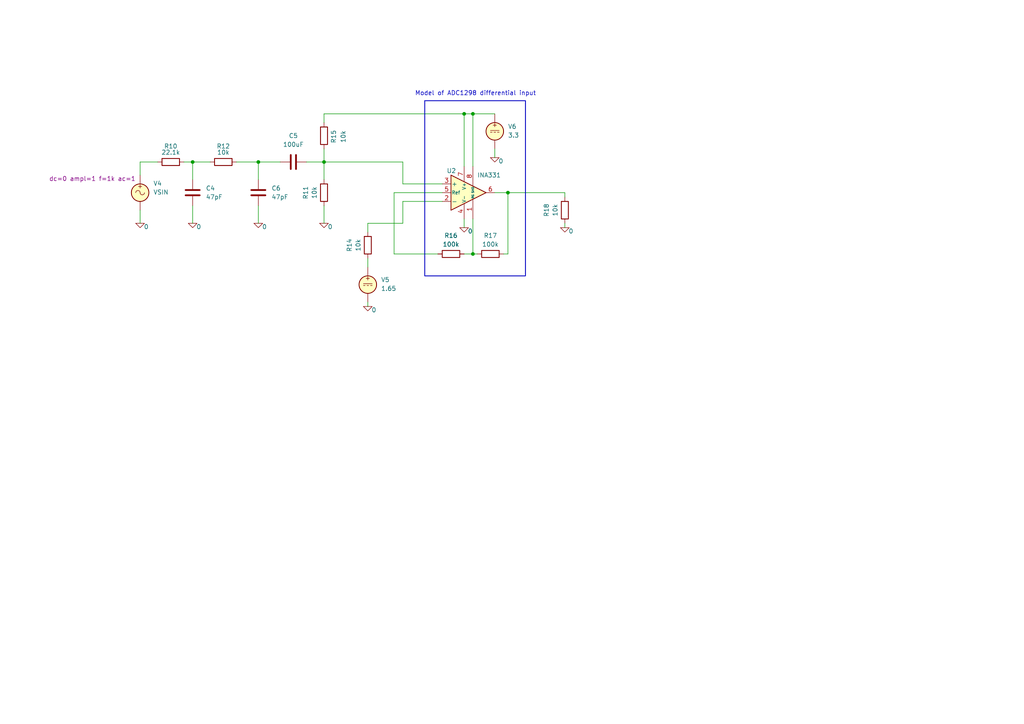
<source format=kicad_sch>
(kicad_sch (version 20250114) (generator "eeschema") (generator_version "9.0")
  (paper "A4")
  (lib_symbols
    (symbol "Device:C" (pin_numbers (hide yes)) (pin_names (offset 0.254))
      (property "Reference" "C" (at 0.635 2.54 0))
      (property "Value" "C" (at 0.635 -2.54 0))
      (symbol "C_0_1"
        (polyline (pts (xy -2.032 0.762) (xy 2.032 0.762)) (stroke (width 0.508)))
        (polyline (pts (xy -2.032 -0.762) (xy 2.032 -0.762)) (stroke (width 0.508)))
      )
      (symbol "C_1_1"
        (pin passive line (at 0 3.81 270) (length 2.794) (name "~") (number "1"))
        (pin passive line (at 0 -3.81 90) (length 2.794) (name "~") (number "2"))
      )
    )
    (symbol "Device:R" (pin_numbers (hide yes)) (pin_names (offset 0))
      (property "Reference" "R" (at 2.032 0 90))
      (property "Value" "R" (at 0 0 90))
      (symbol "R_0_1"
        (rectangle (start -1.016 -2.54) (end 1.016 2.54) (stroke (width 0.254)))
      )
      (symbol "R_1_1"
        (pin passive line (at 0 3.81 270) (length 1.27) (name "~") (number "1"))
        (pin passive line (at 0 -3.81 90) (length 1.27) (name "~") (number "2"))
      )
    )
    (symbol "Simulation_SPICE:0" (power) (pin_numbers (hide yes)) (pin_names (offset 0) (hide yes))
      (property "Value" "0" (at 0 -2.54 0))
      (symbol "0_0_1"
        (polyline (pts (xy -1.27 0) (xy 0 -1.27) (xy 1.27 0) (xy -1.27 0)))
      )
      (symbol "0_1_1"
        (pin power_in line (at 0 0 0) (length 0) (name "~") (number "1"))
      )
    )
    (symbol "Simulation_SPICE:VDC" (pin_numbers (hide yes)) (pin_names (offset 0.0254))
      (property "Reference" "V" (at 2.54 2.54 0))
      (property "Value" "1" (at 2.54 0 0))
      (symbol "VDC_0_0"
        (polyline (pts (xy -1.27 0.254) (xy 1.27 0.254)))
        (polyline (pts (xy -0.762 -0.254) (xy -1.27 -0.254)))
        (polyline (pts (xy 0.254 -0.254) (xy -0.254 -0.254)))
        (polyline (pts (xy 1.27 -0.254) (xy 0.762 -0.254)))
        (text "+" (at 0 1.905 0) (effects (font (size 1.27 1.27))))
      )
      (symbol "VDC_0_1"
        (circle (center 0 0) (radius 2.54) (stroke (width 0.254)) (fill (type background)))
      )
      (symbol "VDC_1_1"
        (pin passive line (at 0 5.08 270) (length 2.54) (name "~") (number "1"))
        (pin passive line (at 0 -5.08 90) (length 2.54) (name "~") (number "2"))
      )
    )
    (symbol "Simulation_SPICE:VSIN" (pin_numbers (hide yes)) (pin_names (offset 0.0254))
      (property "Reference" "V" (at 2.54 2.54 0))
      (property "Value" "VSIN" (at 2.54 0 0))
      (property "Sim.Params" "dc=0 ampl=1 f=1k ac=1" (at 2.54 -2.54 0))
      (symbol "VSIN_0_0"
        (arc (start -1.27 0) (mid -0.635 0.6323) (end 0 0))
        (arc (start 1.27 0) (mid 0.635 -0.6323) (end 0 0))
        (text "+" (at 0 1.905 0) (effects (font (size 1.27 1.27))))
      )
      (symbol "VSIN_0_1"
        (circle (center 0 0) (radius 2.54) (stroke (width 0.254)) (fill (type background)))
      )
      (symbol "VSIN_1_1"
        (pin passive line (at 0 5.08 270) (length 2.54) (name "~") (number "1"))
        (pin passive line (at 0 -5.08 90) (length 2.54) (name "~") (number "2"))
      )
    )
    (symbol "simulate-rescue:INA331-Amplifier_Instrumentation" (pin_names (offset 0.127))
      (property "Reference" "U" (at 3.81 3.81 0))
      (property "Value" "INA331-Amplifier_Instrumentation" (at 3.81 -2.54 0))
      (symbol "INA331-Amplifier_Instrumentation_0_1"
        (polyline (pts (xy 5.08 0) (xy -5.08 5.08) (xy -5.08 -5.08) (xy 5.08 0)) (stroke (width 0.254)) (fill (type background)))
      )
      (symbol "INA331-Amplifier_Instrumentation_1_1"
        (pin input line (at -7.62 2.54 0) (length 2.54) (name "+") (number "3"))
        (pin input line (at -7.62 0 0) (length 2.54) (name "Ref") (number "5"))
        (pin input line (at -7.62 -2.54 0) (length 2.54) (name "-") (number "2"))
        (pin power_in line (at -1.27 7.62 270) (length 4.4958) (name "V+") (number "7"))
        (pin power_in line (at -1.27 -7.62 90) (length 4.4958) (name "V-") (number "4"))
        (pin input line (at 1.27 7.62 270) (length 5.6896) (name "SHD") (number "8"))
        (pin input line (at 1.27 -7.62 90) (length 5.6896) (name "RG") (number "1"))
        (pin output line (at 7.62 0 180) (length 2.54) (name "~") (number "6"))
      )
    )
  )
  (rectangle (start 123.19 29.21) (end 152.4 80.01) (stroke (width 0.254)))
  (text "Model of ADC1298 differential input" (at 137.922 27.178 0) (effects (font (size 1.27 1.27))))
  (junction (at 93.98 46.99))
  (junction (at 147.32 55.88))
  (junction (at 137.16 73.66))
  (junction (at 74.93 46.99))
  (junction (at 134.62 33.02))
  (junction (at 55.88 46.99))
  (junction (at 137.16 33.02))
  (wire (pts (xy 134.62 73.66) (xy 137.16 73.66)))
  (wire (pts (xy 93.98 35.56) (xy 93.98 33.02)))
  (wire (pts (xy 53.34 46.99) (xy 55.88 46.99)))
  (wire (pts (xy 137.16 73.66) (xy 138.43 73.66)))
  (wire (pts (xy 40.64 60.96) (xy 40.64 64.77)))
  (wire (pts (xy 55.88 46.99) (xy 55.88 52.07)))
  (wire (pts (xy 74.93 46.99) (xy 74.93 52.07)))
  (wire (pts (xy 68.58 46.99) (xy 74.93 46.99)))
  (wire (pts (xy 74.93 46.99) (xy 81.28 46.99)))
  (wire (pts (xy 74.93 59.69) (xy 74.93 64.77)))
  (wire (pts (xy 114.3 73.66) (xy 114.3 55.88)))
  (wire (pts (xy 146.05 73.66) (xy 147.32 73.66)))
  (wire (pts (xy 93.98 59.69) (xy 93.98 64.77)))
  (wire (pts (xy 147.32 55.88) (xy 143.51 55.88)))
  (wire (pts (xy 40.64 50.8) (xy 40.64 46.99)))
  (wire (pts (xy 116.84 53.34) (xy 128.27 53.34)))
  (wire (pts (xy 93.98 33.02) (xy 134.62 33.02)))
  (wire (pts (xy 114.3 73.66) (xy 127 73.66)))
  (wire (pts (xy 88.9 46.99) (xy 93.98 46.99)))
  (wire (pts (xy 134.62 33.02) (xy 134.62 48.26)))
  (wire (pts (xy 106.68 64.77) (xy 106.68 67.31)))
  (wire (pts (xy 93.98 46.99) (xy 93.98 52.07)))
  (wire (pts (xy 137.16 33.02) (xy 137.16 48.26)))
  (wire (pts (xy 55.88 64.77) (xy 55.88 59.69)))
  (wire (pts (xy 40.64 46.99) (xy 45.72 46.99)))
  (wire (pts (xy 106.68 64.77) (xy 116.84 64.77)))
  (wire (pts (xy 143.51 43.18) (xy 143.51 45.72)))
  (wire (pts (xy 93.98 43.18) (xy 93.98 46.99)))
  (wire (pts (xy 116.84 64.77) (xy 116.84 58.42)))
  (wire (pts (xy 55.88 46.99) (xy 60.96 46.99)))
  (wire (pts (xy 163.83 64.77) (xy 163.83 66.04)))
  (wire (pts (xy 106.68 87.63) (xy 106.68 88.9)))
  (wire (pts (xy 106.68 74.93) (xy 106.68 77.47)))
  (wire (pts (xy 116.84 46.99) (xy 116.84 53.34)))
  (wire (pts (xy 114.3 55.88) (xy 128.27 55.88)))
  (wire (pts (xy 93.98 46.99) (xy 116.84 46.99)))
  (wire (pts (xy 163.83 57.15) (xy 163.83 55.88)))
  (wire (pts (xy 137.16 33.02) (xy 134.62 33.02)))
  (wire (pts (xy 143.51 33.02) (xy 137.16 33.02)))
  (wire (pts (xy 147.32 73.66) (xy 147.32 55.88)))
  (wire (pts (xy 134.62 63.5) (xy 134.62 66.04)))
  (wire (pts (xy 116.84 58.42) (xy 128.27 58.42)))
  (wire (pts (xy 137.16 63.5) (xy 137.16 73.66)))
  (wire (pts (xy 163.83 55.88) (xy 147.32 55.88)))
  (symbol (lib_id "Device:C") (at 74.93 55.88 180) (unit 1)
    (property "Reference" "C6" (at 78.74 54.6099 0) (effects (justify right)))
    (property "Value" "47pF" (at 78.74 57.1499 0) (effects (justify right)))
    (property "Description" "Unpolarized capacitor" (effects (hide yes)))
  )
  (symbol (lib_id "Simulation_SPICE:0") (at 143.51 45.72 0) (unit 1)
    (property "Reference" "#GND07" (effects (hide yes)))
    (property "Value" "0" (at 145.288 46.736 0))
    (property "Datasheet" "https://ngspice.sourceforge.io/docs/ngspice-html-manual/manual.xhtml#subsec_Circuit_elements__device" (effects (hide yes)))
    (property "Description" "0V reference potential for simulation" (effects (hide yes)))
  )
  (symbol (lib_id "Device:R") (at 142.24 73.66 90) (unit 1)
    (property "Reference" "R17" (at 142.24 68.326 90))
    (property "Value" "100k" (at 142.24 70.866 90))
    (property "Description" "Resistor" (effects (hide yes)))
  )
  (symbol (lib_id "Device:R") (at 106.68 71.12 180) (unit 1)
    (property "Reference" "R14" (at 101.346 71.12 90))
    (property "Value" "10k" (at 103.886 71.12 90))
    (property "Description" "Resistor" (effects (hide yes)))
  )
  (symbol (lib_id "Device:C") (at 55.88 55.88 0) (unit 1)
    (property "Reference" "C4" (at 59.69 54.6099 0) (effects (justify left)))
    (property "Value" "47pF" (at 59.69 57.1499 0) (effects (justify left)))
    (property "Description" "Unpolarized capacitor" (effects (hide yes)))
  )
  (symbol (lib_id "Simulation_SPICE:0") (at 93.98 64.77 0) (unit 1)
    (property "Reference" "#GND012" (effects (hide yes)))
    (property "Value" "0" (at 95.758 65.786 0))
    (property "Datasheet" "https://ngspice.sourceforge.io/docs/ngspice-html-manual/manual.xhtml#subsec_Circuit_elements__device" (effects (hide yes)))
    (property "Description" "0V reference potential for simulation" (effects (hide yes)))
  )
  (symbol (lib_id "Device:C") (at 85.09 46.99 90) (unit 1)
    (property "Reference" "C5" (at 85.09 39.37 90))
    (property "Value" "100uF" (at 85.09 41.91 90))
    (property "Description" "Unpolarized capacitor" (effects (hide yes)))
  )
  (symbol (lib_id "Device:R") (at 93.98 55.88 180) (unit 1)
    (property "Reference" "R11" (at 88.646 55.88 90))
    (property "Value" "10k" (at 91.186 55.88 90))
    (property "Description" "Resistor" (effects (hide yes)))
  )
  (symbol (lib_id "Simulation_SPICE:0") (at 74.93 64.77 0) (unit 1)
    (property "Reference" "#GND011" (effects (hide yes)))
    (property "Value" "0" (at 76.708 65.786 0))
    (property "Datasheet" "https://ngspice.sourceforge.io/docs/ngspice-html-manual/manual.xhtml#subsec_Circuit_elements__device" (effects (hide yes)))
    (property "Description" "0V reference potential for simulation" (effects (hide yes)))
  )
  (symbol (lib_id "Simulation_SPICE:0") (at 163.83 66.04 0) (unit 1)
    (property "Reference" "#GND08" (effects (hide yes)))
    (property "Value" "0" (at 165.608 67.056 0))
    (property "Datasheet" "https://ngspice.sourceforge.io/docs/ngspice-html-manual/manual.xhtml#subsec_Circuit_elements__device" (effects (hide yes)))
    (property "Description" "0V reference potential for simulation" (effects (hide yes)))
  )
  (symbol (lib_id "Device:R") (at 64.77 46.99 90) (unit 1)
    (property "Reference" "R12" (at 64.77 42.418 90))
    (property "Value" "10k" (at 64.77 44.196 90))
    (property "Description" "Resistor" (effects (hide yes)))
  )
  (symbol (lib_id "Device:R") (at 93.98 39.37 180) (unit 1)
    (property "Reference" "R15" (at 96.774 39.624 90))
    (property "Value" "10k" (at 99.568 39.624 90))
    (property "Description" "Resistor" (effects (hide yes)))
  )
  (symbol (lib_id "Device:R") (at 163.83 60.96 180) (unit 1)
    (property "Reference" "R18" (at 158.496 60.96 90))
    (property "Value" "10k" (at 161.036 60.96 90))
    (property "Description" "Resistor" (effects (hide yes)))
  )
  (symbol (lib_id "Simulation_SPICE:0") (at 55.88 64.77 0) (unit 1)
    (property "Reference" "#GND09" (effects (hide yes)))
    (property "Value" "0" (at 57.658 65.786 0))
    (property "Datasheet" "https://ngspice.sourceforge.io/docs/ngspice-html-manual/manual.xhtml#subsec_Circuit_elements__device" (effects (hide yes)))
    (property "Description" "0V reference potential for simulation" (effects (hide yes)))
  )
  (symbol (lib_id "Simulation_SPICE:VDC") (at 106.68 82.55 0) (unit 1)
    (property "Reference" "V5" (at 110.49 81.1501 0) (effects (justify left)))
    (property "Value" "1.65" (at 110.49 83.6901 0) (effects (justify left)))
    (property "Datasheet" "https://ngspice.sourceforge.io/docs/ngspice-html-manual/manual.xhtml#sec_Independent_Sources_for" (effects (hide yes)))
    (property "Description" "Voltage source, DC" (effects (hide yes)))
    (property "Sim.Pins" "1=+ 2=-" (effects (hide yes)))
    (property "Sim.Type" "DC" (effects (hide yes)))
    (property "Sim.Device" "V" (effects (hide yes)))
  )
  (symbol (lib_id "Simulation_SPICE:0") (at 134.62 66.04 0) (unit 1)
    (property "Reference" "#GND06" (effects (hide yes)))
    (property "Value" "0" (at 136.398 67.056 0))
    (property "Datasheet" "https://ngspice.sourceforge.io/docs/ngspice-html-manual/manual.xhtml#subsec_Circuit_elements__device" (effects (hide yes)))
    (property "Description" "0V reference potential for simulation" (effects (hide yes)))
  )
  (symbol (lib_id "Simulation_SPICE:VDC") (at 143.51 38.1 0) (unit 1)
    (property "Reference" "V6" (at 147.32 36.7001 0) (effects (justify left)))
    (property "Value" "3.3" (at 147.32 39.2401 0) (effects (justify left)))
    (property "Datasheet" "https://ngspice.sourceforge.io/docs/ngspice-html-manual/manual.xhtml#sec_Independent_Sources_for" (effects (hide yes)))
    (property "Description" "Voltage source, DC" (effects (hide yes)))
    (property "Sim.Pins" "1=+ 2=-" (effects (hide yes)))
    (property "Sim.Type" "DC" (effects (hide yes)))
    (property "Sim.Device" "V" (effects (hide yes)))
  )
  (symbol (lib_id "Simulation_SPICE:0") (at 106.68 88.9 0) (unit 1)
    (property "Reference" "#GND05" (effects (hide yes)))
    (property "Value" "0" (at 108.458 89.916 0))
    (property "Datasheet" "https://ngspice.sourceforge.io/docs/ngspice-html-manual/manual.xhtml#subsec_Circuit_elements__device" (effects (hide yes)))
    (property "Description" "0V reference potential for simulation" (effects (hide yes)))
  )
  (symbol (lib_id "Device:R") (at 130.81 73.66 90) (unit 1)
    (property "Reference" "R16" (at 130.81 68.326 90))
    (property "Value" "100k" (at 130.81 70.866 90))
    (property "Description" "Resistor" (effects (hide yes)))
  )
  (symbol (lib_id "Simulation_SPICE:0") (at 40.64 64.77 0) (unit 1)
    (property "Reference" "#GND010" (effects (hide yes)))
    (property "Value" "0" (at 42.418 65.786 0))
    (property "Datasheet" "https://ngspice.sourceforge.io/docs/ngspice-html-manual/manual.xhtml#subsec_Circuit_elements__device" (effects (hide yes)))
    (property "Description" "0V reference potential for simulation" (effects (hide yes)))
  )
  (symbol (lib_id "simulate-rescue:INA331-Amplifier_Instrumentation") (at 135.89 55.88 0) (unit 1)
    (property "Reference" "U2" (at 129.54 49.53 0) (effects (justify left)))
    (property "Value" "INA331" (at 138.43 50.8 0) (effects (justify left)))
    (property "Datasheet" "http://www.ti.com/lit/ds/symlink/ina282.pdf" (effects (hide yes)))
    (property "Sim.Library" "libs\\INA331.LIB" (effects (hide yes)))
    (property "Sim.Name" "INA331" (effects (hide yes)))
    (property "Sim.Pins" "1=1 2=2 3=3 4=4 5=5 6=6 7=7 8=8" (effects (hide yes)))
    (property "Sim.Device" "SUBCKT" (effects (hide yes)))
  )
  (symbol (lib_id "Device:R") (at 49.53 46.99 90) (unit 1)
    (property "Reference" "R10" (at 49.53 42.418 90))
    (property "Value" "22.1k" (at 49.53 44.196 90))
    (property "Description" "Resistor" (effects (hide yes)))
  )
  (symbol (lib_id "Simulation_SPICE:VSIN") (at 40.64 55.88 0) (unit 1)
    (property "Reference" "V4" (at 44.45 53.2101 0) (effects (justify left)))
    (property "Value" "VSIN" (at 44.45 55.7501 0) (effects (justify left)))
    (property "Datasheet" "https://ngspice.sourceforge.io/docs/ngspice-html-manual/manual.xhtml#sec_Independent_Sources_for" (effects (hide yes)))
    (property "Description" "Voltage source, sinusoidal" (effects (hide yes)))
    (property "Sim.Pins" "1=+ 2=-" (effects (hide yes)))
    (property "Sim.Params" "dc=0 ampl=1 f=1k ac=1" (at 14.224 51.816 0) (effects (justify left)))
    (property "Sim.Type" "SIN" (effects (hide yes)))
    (property "Sim.Device" "V" (effects (hide yes)))
  )
)
</source>
